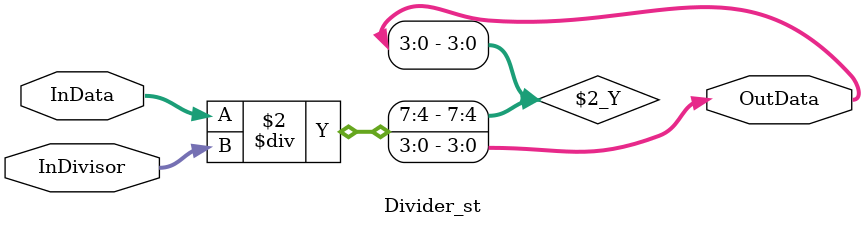
<source format=v>
/*!>
* Divider module
*
*+ Input +* 
* 6bit InData 		- Data source
* 3bit InDivisor	- Divisor value ( Max - decimal 16 )
*
*
*+ Output +* 
*  OutData - Output Data
*
*
<!*/
module Divider_st(
input [7:0] InData,
input [3:0] InDivisor,
output reg[3:0] OutData

);

always @(InData)
	begin
		OutData = InData/InDivisor;		//50/10=5 , ""5""
	end
	
endmodule 
</source>
